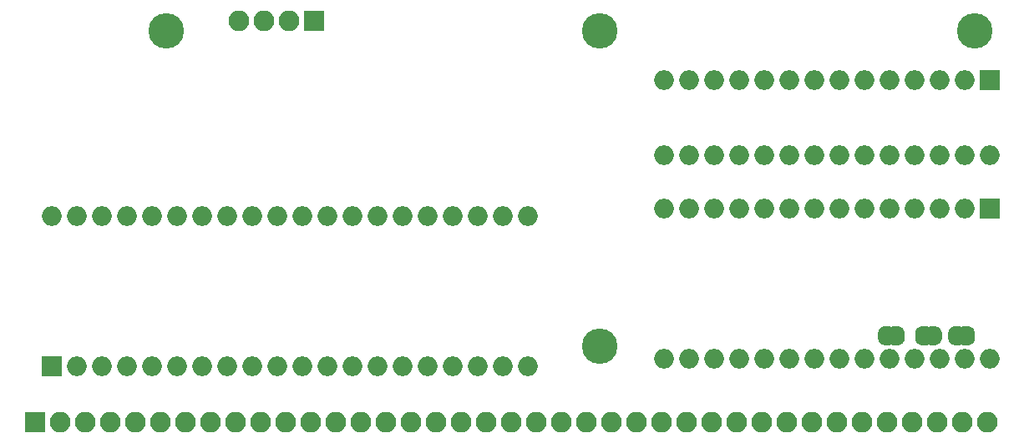
<source format=gbr>
G04 #@! TF.GenerationSoftware,KiCad,Pcbnew,(5.0.0)*
G04 #@! TF.CreationDate,2020-08-03T17:04:06+01:00*
G04 #@! TF.ProjectId,basic-mc6800,62617369632D6D63363830302E6B6963,rev?*
G04 #@! TF.SameCoordinates,Original*
G04 #@! TF.FileFunction,Soldermask,Bot*
G04 #@! TF.FilePolarity,Negative*
%FSLAX46Y46*%
G04 Gerber Fmt 4.6, Leading zero omitted, Abs format (unit mm)*
G04 Created by KiCad (PCBNEW (5.0.0)) date 08/03/20 17:04:06*
%MOMM*%
%LPD*%
G01*
G04 APERTURE LIST*
%ADD10O,2.000000X2.000000*%
%ADD11R,2.000000X2.000000*%
%ADD12C,0.500000*%
%ADD13C,0.100000*%
%ADD14R,2.100000X2.100000*%
%ADD15O,2.100000X2.100000*%
%ADD16C,3.600000*%
G04 APERTURE END LIST*
D10*
G04 #@! TO.C,U4*
X196540000Y-93240000D03*
X163520000Y-78000000D03*
X194000000Y-93240000D03*
X166060000Y-78000000D03*
X191460000Y-93240000D03*
X168600000Y-78000000D03*
X188920000Y-93240000D03*
X171140000Y-78000000D03*
X186380000Y-93240000D03*
X173680000Y-78000000D03*
X183840000Y-93240000D03*
X176220000Y-78000000D03*
X181300000Y-93240000D03*
X178760000Y-78000000D03*
X178760000Y-93240000D03*
X181300000Y-78000000D03*
X176220000Y-93240000D03*
X183840000Y-78000000D03*
X173680000Y-93240000D03*
X186380000Y-78000000D03*
X171140000Y-93240000D03*
X188920000Y-78000000D03*
X168600000Y-93240000D03*
X191460000Y-78000000D03*
X166060000Y-93240000D03*
X194000000Y-78000000D03*
X163520000Y-93240000D03*
D11*
X196540000Y-78000000D03*
G04 #@! TD*
D12*
G04 #@! TO.C,JP2*
X187187600Y-90932000D03*
D13*
G36*
X187193712Y-89982602D02*
X187212134Y-89982602D01*
X187231740Y-89983565D01*
X187280571Y-89988375D01*
X187299980Y-89991254D01*
X187348105Y-90000826D01*
X187367148Y-90005596D01*
X187414103Y-90019840D01*
X187432580Y-90026451D01*
X187477913Y-90045228D01*
X187495661Y-90053623D01*
X187538934Y-90076754D01*
X187555762Y-90086840D01*
X187596561Y-90114100D01*
X187612330Y-90125795D01*
X187650259Y-90156923D01*
X187664800Y-90170103D01*
X187699497Y-90204800D01*
X187712677Y-90219341D01*
X187743805Y-90257270D01*
X187755500Y-90273039D01*
X187782760Y-90313838D01*
X187792846Y-90330666D01*
X187815977Y-90373939D01*
X187824372Y-90391687D01*
X187843149Y-90437020D01*
X187849760Y-90455497D01*
X187864004Y-90502452D01*
X187868774Y-90521495D01*
X187878346Y-90569620D01*
X187881225Y-90589029D01*
X187886035Y-90637860D01*
X187886998Y-90657466D01*
X187886998Y-90675888D01*
X187887600Y-90682000D01*
X187887600Y-91182000D01*
X187886998Y-91188112D01*
X187886998Y-91206534D01*
X187886035Y-91226140D01*
X187881225Y-91274971D01*
X187878346Y-91294380D01*
X187868774Y-91342505D01*
X187864004Y-91361548D01*
X187849760Y-91408503D01*
X187843149Y-91426980D01*
X187824372Y-91472313D01*
X187815977Y-91490061D01*
X187792846Y-91533334D01*
X187782760Y-91550162D01*
X187755500Y-91590961D01*
X187743805Y-91606730D01*
X187712677Y-91644659D01*
X187699497Y-91659200D01*
X187664800Y-91693897D01*
X187650259Y-91707077D01*
X187612330Y-91738205D01*
X187596561Y-91749900D01*
X187555762Y-91777160D01*
X187538934Y-91787246D01*
X187495661Y-91810377D01*
X187477913Y-91818772D01*
X187432580Y-91837549D01*
X187414103Y-91844160D01*
X187367148Y-91858404D01*
X187348105Y-91863174D01*
X187299980Y-91872746D01*
X187280571Y-91875625D01*
X187231740Y-91880435D01*
X187212134Y-91881398D01*
X187193712Y-91881398D01*
X187187600Y-91882000D01*
X186687600Y-91882000D01*
X186648582Y-91878157D01*
X186611063Y-91866776D01*
X186576486Y-91848294D01*
X186546179Y-91823421D01*
X186521306Y-91793114D01*
X186502824Y-91758537D01*
X186491443Y-91721018D01*
X186487600Y-91682000D01*
X186487600Y-90182000D01*
X186491443Y-90142982D01*
X186502824Y-90105463D01*
X186521306Y-90070886D01*
X186546179Y-90040579D01*
X186576486Y-90015706D01*
X186611063Y-89997224D01*
X186648582Y-89985843D01*
X186687600Y-89982000D01*
X187187600Y-89982000D01*
X187193712Y-89982602D01*
X187193712Y-89982602D01*
G37*
D12*
X185887600Y-90932000D03*
D13*
G36*
X186426618Y-89985843D02*
X186464137Y-89997224D01*
X186498714Y-90015706D01*
X186529021Y-90040579D01*
X186553894Y-90070886D01*
X186572376Y-90105463D01*
X186583757Y-90142982D01*
X186587600Y-90182000D01*
X186587600Y-90432000D01*
X186787600Y-90432000D01*
X186826618Y-90435843D01*
X186864137Y-90447224D01*
X186898714Y-90465706D01*
X186929021Y-90490579D01*
X186953894Y-90520886D01*
X186972376Y-90555463D01*
X186983757Y-90592982D01*
X186987600Y-90632000D01*
X186987600Y-91232000D01*
X186983757Y-91271018D01*
X186972376Y-91308537D01*
X186953894Y-91343114D01*
X186929021Y-91373421D01*
X186898714Y-91398294D01*
X186864137Y-91416776D01*
X186826618Y-91428157D01*
X186787600Y-91432000D01*
X186587600Y-91432000D01*
X186587600Y-91682000D01*
X186583757Y-91721018D01*
X186572376Y-91758537D01*
X186553894Y-91793114D01*
X186529021Y-91823421D01*
X186498714Y-91848294D01*
X186464137Y-91866776D01*
X186426618Y-91878157D01*
X186387600Y-91882000D01*
X185887600Y-91882000D01*
X185881488Y-91881398D01*
X185863066Y-91881398D01*
X185843460Y-91880435D01*
X185794629Y-91875625D01*
X185775220Y-91872746D01*
X185727095Y-91863174D01*
X185708052Y-91858404D01*
X185661097Y-91844160D01*
X185642620Y-91837549D01*
X185597287Y-91818772D01*
X185579539Y-91810377D01*
X185536266Y-91787246D01*
X185519438Y-91777160D01*
X185478639Y-91749900D01*
X185462870Y-91738205D01*
X185424941Y-91707077D01*
X185410400Y-91693897D01*
X185375703Y-91659200D01*
X185362523Y-91644659D01*
X185331395Y-91606730D01*
X185319700Y-91590961D01*
X185292440Y-91550162D01*
X185282354Y-91533334D01*
X185259223Y-91490061D01*
X185250828Y-91472313D01*
X185232051Y-91426980D01*
X185225440Y-91408503D01*
X185211196Y-91361548D01*
X185206426Y-91342505D01*
X185196854Y-91294380D01*
X185193975Y-91274971D01*
X185189165Y-91226140D01*
X185188202Y-91206534D01*
X185188202Y-91188112D01*
X185187600Y-91182000D01*
X185187600Y-90682000D01*
X185188202Y-90675888D01*
X185188202Y-90657466D01*
X185189165Y-90637860D01*
X185193975Y-90589029D01*
X185196854Y-90569620D01*
X185206426Y-90521495D01*
X185211196Y-90502452D01*
X185225440Y-90455497D01*
X185232051Y-90437020D01*
X185250828Y-90391687D01*
X185259223Y-90373939D01*
X185282354Y-90330666D01*
X185292440Y-90313838D01*
X185319700Y-90273039D01*
X185331395Y-90257270D01*
X185362523Y-90219341D01*
X185375703Y-90204800D01*
X185410400Y-90170103D01*
X185424941Y-90156923D01*
X185462870Y-90125795D01*
X185478639Y-90114100D01*
X185519438Y-90086840D01*
X185536266Y-90076754D01*
X185579539Y-90053623D01*
X185597287Y-90045228D01*
X185642620Y-90026451D01*
X185661097Y-90019840D01*
X185708052Y-90005596D01*
X185727095Y-90000826D01*
X185775220Y-89991254D01*
X185794629Y-89988375D01*
X185843460Y-89983565D01*
X185863066Y-89982602D01*
X185881488Y-89982602D01*
X185887600Y-89982000D01*
X186387600Y-89982000D01*
X186426618Y-89985843D01*
X186426618Y-89985843D01*
G37*
G04 #@! TD*
D12*
G04 #@! TO.C,JP3*
X189646800Y-90932000D03*
D13*
G36*
X190185818Y-89985843D02*
X190223337Y-89997224D01*
X190257914Y-90015706D01*
X190288221Y-90040579D01*
X190313094Y-90070886D01*
X190331576Y-90105463D01*
X190342957Y-90142982D01*
X190346800Y-90182000D01*
X190346800Y-90432000D01*
X190546800Y-90432000D01*
X190585818Y-90435843D01*
X190623337Y-90447224D01*
X190657914Y-90465706D01*
X190688221Y-90490579D01*
X190713094Y-90520886D01*
X190731576Y-90555463D01*
X190742957Y-90592982D01*
X190746800Y-90632000D01*
X190746800Y-91232000D01*
X190742957Y-91271018D01*
X190731576Y-91308537D01*
X190713094Y-91343114D01*
X190688221Y-91373421D01*
X190657914Y-91398294D01*
X190623337Y-91416776D01*
X190585818Y-91428157D01*
X190546800Y-91432000D01*
X190346800Y-91432000D01*
X190346800Y-91682000D01*
X190342957Y-91721018D01*
X190331576Y-91758537D01*
X190313094Y-91793114D01*
X190288221Y-91823421D01*
X190257914Y-91848294D01*
X190223337Y-91866776D01*
X190185818Y-91878157D01*
X190146800Y-91882000D01*
X189646800Y-91882000D01*
X189640688Y-91881398D01*
X189622266Y-91881398D01*
X189602660Y-91880435D01*
X189553829Y-91875625D01*
X189534420Y-91872746D01*
X189486295Y-91863174D01*
X189467252Y-91858404D01*
X189420297Y-91844160D01*
X189401820Y-91837549D01*
X189356487Y-91818772D01*
X189338739Y-91810377D01*
X189295466Y-91787246D01*
X189278638Y-91777160D01*
X189237839Y-91749900D01*
X189222070Y-91738205D01*
X189184141Y-91707077D01*
X189169600Y-91693897D01*
X189134903Y-91659200D01*
X189121723Y-91644659D01*
X189090595Y-91606730D01*
X189078900Y-91590961D01*
X189051640Y-91550162D01*
X189041554Y-91533334D01*
X189018423Y-91490061D01*
X189010028Y-91472313D01*
X188991251Y-91426980D01*
X188984640Y-91408503D01*
X188970396Y-91361548D01*
X188965626Y-91342505D01*
X188956054Y-91294380D01*
X188953175Y-91274971D01*
X188948365Y-91226140D01*
X188947402Y-91206534D01*
X188947402Y-91188112D01*
X188946800Y-91182000D01*
X188946800Y-90682000D01*
X188947402Y-90675888D01*
X188947402Y-90657466D01*
X188948365Y-90637860D01*
X188953175Y-90589029D01*
X188956054Y-90569620D01*
X188965626Y-90521495D01*
X188970396Y-90502452D01*
X188984640Y-90455497D01*
X188991251Y-90437020D01*
X189010028Y-90391687D01*
X189018423Y-90373939D01*
X189041554Y-90330666D01*
X189051640Y-90313838D01*
X189078900Y-90273039D01*
X189090595Y-90257270D01*
X189121723Y-90219341D01*
X189134903Y-90204800D01*
X189169600Y-90170103D01*
X189184141Y-90156923D01*
X189222070Y-90125795D01*
X189237839Y-90114100D01*
X189278638Y-90086840D01*
X189295466Y-90076754D01*
X189338739Y-90053623D01*
X189356487Y-90045228D01*
X189401820Y-90026451D01*
X189420297Y-90019840D01*
X189467252Y-90005596D01*
X189486295Y-90000826D01*
X189534420Y-89991254D01*
X189553829Y-89988375D01*
X189602660Y-89983565D01*
X189622266Y-89982602D01*
X189640688Y-89982602D01*
X189646800Y-89982000D01*
X190146800Y-89982000D01*
X190185818Y-89985843D01*
X190185818Y-89985843D01*
G37*
D12*
X190946800Y-90932000D03*
D13*
G36*
X190952912Y-89982602D02*
X190971334Y-89982602D01*
X190990940Y-89983565D01*
X191039771Y-89988375D01*
X191059180Y-89991254D01*
X191107305Y-90000826D01*
X191126348Y-90005596D01*
X191173303Y-90019840D01*
X191191780Y-90026451D01*
X191237113Y-90045228D01*
X191254861Y-90053623D01*
X191298134Y-90076754D01*
X191314962Y-90086840D01*
X191355761Y-90114100D01*
X191371530Y-90125795D01*
X191409459Y-90156923D01*
X191424000Y-90170103D01*
X191458697Y-90204800D01*
X191471877Y-90219341D01*
X191503005Y-90257270D01*
X191514700Y-90273039D01*
X191541960Y-90313838D01*
X191552046Y-90330666D01*
X191575177Y-90373939D01*
X191583572Y-90391687D01*
X191602349Y-90437020D01*
X191608960Y-90455497D01*
X191623204Y-90502452D01*
X191627974Y-90521495D01*
X191637546Y-90569620D01*
X191640425Y-90589029D01*
X191645235Y-90637860D01*
X191646198Y-90657466D01*
X191646198Y-90675888D01*
X191646800Y-90682000D01*
X191646800Y-91182000D01*
X191646198Y-91188112D01*
X191646198Y-91206534D01*
X191645235Y-91226140D01*
X191640425Y-91274971D01*
X191637546Y-91294380D01*
X191627974Y-91342505D01*
X191623204Y-91361548D01*
X191608960Y-91408503D01*
X191602349Y-91426980D01*
X191583572Y-91472313D01*
X191575177Y-91490061D01*
X191552046Y-91533334D01*
X191541960Y-91550162D01*
X191514700Y-91590961D01*
X191503005Y-91606730D01*
X191471877Y-91644659D01*
X191458697Y-91659200D01*
X191424000Y-91693897D01*
X191409459Y-91707077D01*
X191371530Y-91738205D01*
X191355761Y-91749900D01*
X191314962Y-91777160D01*
X191298134Y-91787246D01*
X191254861Y-91810377D01*
X191237113Y-91818772D01*
X191191780Y-91837549D01*
X191173303Y-91844160D01*
X191126348Y-91858404D01*
X191107305Y-91863174D01*
X191059180Y-91872746D01*
X191039771Y-91875625D01*
X190990940Y-91880435D01*
X190971334Y-91881398D01*
X190952912Y-91881398D01*
X190946800Y-91882000D01*
X190446800Y-91882000D01*
X190407782Y-91878157D01*
X190370263Y-91866776D01*
X190335686Y-91848294D01*
X190305379Y-91823421D01*
X190280506Y-91793114D01*
X190262024Y-91758537D01*
X190250643Y-91721018D01*
X190246800Y-91682000D01*
X190246800Y-90182000D01*
X190250643Y-90142982D01*
X190262024Y-90105463D01*
X190280506Y-90070886D01*
X190305379Y-90040579D01*
X190335686Y-90015706D01*
X190370263Y-89997224D01*
X190407782Y-89985843D01*
X190446800Y-89982000D01*
X190946800Y-89982000D01*
X190952912Y-89982602D01*
X190952912Y-89982602D01*
G37*
G04 #@! TD*
D14*
G04 #@! TO.C,J1*
X99700000Y-99700000D03*
D15*
X102240000Y-99700000D03*
X104780000Y-99700000D03*
X107320000Y-99700000D03*
X109860000Y-99700000D03*
X112400000Y-99700000D03*
X114940000Y-99700000D03*
X117480000Y-99700000D03*
X120020000Y-99700000D03*
X122560000Y-99700000D03*
X125100000Y-99700000D03*
X127640000Y-99700000D03*
X130180000Y-99700000D03*
X132720000Y-99700000D03*
X135260000Y-99700000D03*
X137800000Y-99700000D03*
X140340000Y-99700000D03*
X142880000Y-99700000D03*
X145420000Y-99700000D03*
X147960000Y-99700000D03*
X150500000Y-99700000D03*
X153040000Y-99700000D03*
X155580000Y-99700000D03*
X158120000Y-99700000D03*
X160660000Y-99700000D03*
X163200000Y-99700000D03*
X165740000Y-99700000D03*
X168280000Y-99700000D03*
X170820000Y-99700000D03*
X173360000Y-99700000D03*
X175900000Y-99700000D03*
X178440000Y-99700000D03*
X180980000Y-99700000D03*
X183520000Y-99700000D03*
X186060000Y-99700000D03*
X188600000Y-99700000D03*
X191140000Y-99700000D03*
X193680000Y-99700000D03*
X196220000Y-99700000D03*
G04 #@! TD*
D14*
G04 #@! TO.C,J2*
X128000000Y-59000000D03*
D15*
X125460000Y-59000000D03*
X122920000Y-59000000D03*
X120380000Y-59000000D03*
G04 #@! TD*
D12*
G04 #@! TO.C,JP1*
X193000000Y-90932000D03*
D13*
G36*
X193539018Y-89985843D02*
X193576537Y-89997224D01*
X193611114Y-90015706D01*
X193641421Y-90040579D01*
X193666294Y-90070886D01*
X193684776Y-90105463D01*
X193696157Y-90142982D01*
X193700000Y-90182000D01*
X193700000Y-90432000D01*
X193900000Y-90432000D01*
X193939018Y-90435843D01*
X193976537Y-90447224D01*
X194011114Y-90465706D01*
X194041421Y-90490579D01*
X194066294Y-90520886D01*
X194084776Y-90555463D01*
X194096157Y-90592982D01*
X194100000Y-90632000D01*
X194100000Y-91232000D01*
X194096157Y-91271018D01*
X194084776Y-91308537D01*
X194066294Y-91343114D01*
X194041421Y-91373421D01*
X194011114Y-91398294D01*
X193976537Y-91416776D01*
X193939018Y-91428157D01*
X193900000Y-91432000D01*
X193700000Y-91432000D01*
X193700000Y-91682000D01*
X193696157Y-91721018D01*
X193684776Y-91758537D01*
X193666294Y-91793114D01*
X193641421Y-91823421D01*
X193611114Y-91848294D01*
X193576537Y-91866776D01*
X193539018Y-91878157D01*
X193500000Y-91882000D01*
X193000000Y-91882000D01*
X192993888Y-91881398D01*
X192975466Y-91881398D01*
X192955860Y-91880435D01*
X192907029Y-91875625D01*
X192887620Y-91872746D01*
X192839495Y-91863174D01*
X192820452Y-91858404D01*
X192773497Y-91844160D01*
X192755020Y-91837549D01*
X192709687Y-91818772D01*
X192691939Y-91810377D01*
X192648666Y-91787246D01*
X192631838Y-91777160D01*
X192591039Y-91749900D01*
X192575270Y-91738205D01*
X192537341Y-91707077D01*
X192522800Y-91693897D01*
X192488103Y-91659200D01*
X192474923Y-91644659D01*
X192443795Y-91606730D01*
X192432100Y-91590961D01*
X192404840Y-91550162D01*
X192394754Y-91533334D01*
X192371623Y-91490061D01*
X192363228Y-91472313D01*
X192344451Y-91426980D01*
X192337840Y-91408503D01*
X192323596Y-91361548D01*
X192318826Y-91342505D01*
X192309254Y-91294380D01*
X192306375Y-91274971D01*
X192301565Y-91226140D01*
X192300602Y-91206534D01*
X192300602Y-91188112D01*
X192300000Y-91182000D01*
X192300000Y-90682000D01*
X192300602Y-90675888D01*
X192300602Y-90657466D01*
X192301565Y-90637860D01*
X192306375Y-90589029D01*
X192309254Y-90569620D01*
X192318826Y-90521495D01*
X192323596Y-90502452D01*
X192337840Y-90455497D01*
X192344451Y-90437020D01*
X192363228Y-90391687D01*
X192371623Y-90373939D01*
X192394754Y-90330666D01*
X192404840Y-90313838D01*
X192432100Y-90273039D01*
X192443795Y-90257270D01*
X192474923Y-90219341D01*
X192488103Y-90204800D01*
X192522800Y-90170103D01*
X192537341Y-90156923D01*
X192575270Y-90125795D01*
X192591039Y-90114100D01*
X192631838Y-90086840D01*
X192648666Y-90076754D01*
X192691939Y-90053623D01*
X192709687Y-90045228D01*
X192755020Y-90026451D01*
X192773497Y-90019840D01*
X192820452Y-90005596D01*
X192839495Y-90000826D01*
X192887620Y-89991254D01*
X192907029Y-89988375D01*
X192955860Y-89983565D01*
X192975466Y-89982602D01*
X192993888Y-89982602D01*
X193000000Y-89982000D01*
X193500000Y-89982000D01*
X193539018Y-89985843D01*
X193539018Y-89985843D01*
G37*
D12*
X194300000Y-90932000D03*
D13*
G36*
X194306112Y-89982602D02*
X194324534Y-89982602D01*
X194344140Y-89983565D01*
X194392971Y-89988375D01*
X194412380Y-89991254D01*
X194460505Y-90000826D01*
X194479548Y-90005596D01*
X194526503Y-90019840D01*
X194544980Y-90026451D01*
X194590313Y-90045228D01*
X194608061Y-90053623D01*
X194651334Y-90076754D01*
X194668162Y-90086840D01*
X194708961Y-90114100D01*
X194724730Y-90125795D01*
X194762659Y-90156923D01*
X194777200Y-90170103D01*
X194811897Y-90204800D01*
X194825077Y-90219341D01*
X194856205Y-90257270D01*
X194867900Y-90273039D01*
X194895160Y-90313838D01*
X194905246Y-90330666D01*
X194928377Y-90373939D01*
X194936772Y-90391687D01*
X194955549Y-90437020D01*
X194962160Y-90455497D01*
X194976404Y-90502452D01*
X194981174Y-90521495D01*
X194990746Y-90569620D01*
X194993625Y-90589029D01*
X194998435Y-90637860D01*
X194999398Y-90657466D01*
X194999398Y-90675888D01*
X195000000Y-90682000D01*
X195000000Y-91182000D01*
X194999398Y-91188112D01*
X194999398Y-91206534D01*
X194998435Y-91226140D01*
X194993625Y-91274971D01*
X194990746Y-91294380D01*
X194981174Y-91342505D01*
X194976404Y-91361548D01*
X194962160Y-91408503D01*
X194955549Y-91426980D01*
X194936772Y-91472313D01*
X194928377Y-91490061D01*
X194905246Y-91533334D01*
X194895160Y-91550162D01*
X194867900Y-91590961D01*
X194856205Y-91606730D01*
X194825077Y-91644659D01*
X194811897Y-91659200D01*
X194777200Y-91693897D01*
X194762659Y-91707077D01*
X194724730Y-91738205D01*
X194708961Y-91749900D01*
X194668162Y-91777160D01*
X194651334Y-91787246D01*
X194608061Y-91810377D01*
X194590313Y-91818772D01*
X194544980Y-91837549D01*
X194526503Y-91844160D01*
X194479548Y-91858404D01*
X194460505Y-91863174D01*
X194412380Y-91872746D01*
X194392971Y-91875625D01*
X194344140Y-91880435D01*
X194324534Y-91881398D01*
X194306112Y-91881398D01*
X194300000Y-91882000D01*
X193800000Y-91882000D01*
X193760982Y-91878157D01*
X193723463Y-91866776D01*
X193688886Y-91848294D01*
X193658579Y-91823421D01*
X193633706Y-91793114D01*
X193615224Y-91758537D01*
X193603843Y-91721018D01*
X193600000Y-91682000D01*
X193600000Y-90182000D01*
X193603843Y-90142982D01*
X193615224Y-90105463D01*
X193633706Y-90070886D01*
X193658579Y-90040579D01*
X193688886Y-90015706D01*
X193723463Y-89997224D01*
X193760982Y-89985843D01*
X193800000Y-89982000D01*
X194300000Y-89982000D01*
X194306112Y-89982602D01*
X194306112Y-89982602D01*
G37*
G04 #@! TD*
D16*
G04 #@! TO.C,MH4*
X113000000Y-60000000D03*
G04 #@! TD*
G04 #@! TO.C,MH3*
X195000000Y-60000000D03*
G04 #@! TD*
G04 #@! TO.C,MH2*
X157000000Y-60000000D03*
G04 #@! TD*
G04 #@! TO.C,MH1*
X157000000Y-92000000D03*
G04 #@! TD*
D11*
G04 #@! TO.C,U2*
X101440000Y-94000000D03*
D10*
X149700000Y-78760000D03*
X103980000Y-94000000D03*
X147160000Y-78760000D03*
X106520000Y-94000000D03*
X144620000Y-78760000D03*
X109060000Y-94000000D03*
X142080000Y-78760000D03*
X111600000Y-94000000D03*
X139540000Y-78760000D03*
X114140000Y-94000000D03*
X137000000Y-78760000D03*
X116680000Y-94000000D03*
X134460000Y-78760000D03*
X119220000Y-94000000D03*
X131920000Y-78760000D03*
X121760000Y-94000000D03*
X129380000Y-78760000D03*
X124300000Y-94000000D03*
X126840000Y-78760000D03*
X126840000Y-94000000D03*
X124300000Y-78760000D03*
X129380000Y-94000000D03*
X121760000Y-78760000D03*
X131920000Y-94000000D03*
X119220000Y-78760000D03*
X134460000Y-94000000D03*
X116680000Y-78760000D03*
X137000000Y-94000000D03*
X114140000Y-78760000D03*
X139540000Y-94000000D03*
X111600000Y-78760000D03*
X142080000Y-94000000D03*
X109060000Y-78760000D03*
X144620000Y-94000000D03*
X106520000Y-78760000D03*
X147160000Y-94000000D03*
X103980000Y-78760000D03*
X149700000Y-94000000D03*
X101440000Y-78760000D03*
G04 #@! TD*
G04 #@! TO.C,U3*
X196540000Y-72620000D03*
X163520000Y-65000000D03*
X194000000Y-72620000D03*
X166060000Y-65000000D03*
X191460000Y-72620000D03*
X168600000Y-65000000D03*
X188920000Y-72620000D03*
X171140000Y-65000000D03*
X186380000Y-72620000D03*
X173680000Y-65000000D03*
X183840000Y-72620000D03*
X176220000Y-65000000D03*
X181300000Y-72620000D03*
X178760000Y-65000000D03*
X178760000Y-72620000D03*
X181300000Y-65000000D03*
X176220000Y-72620000D03*
X183840000Y-65000000D03*
X173680000Y-72620000D03*
X186380000Y-65000000D03*
X171140000Y-72620000D03*
X188920000Y-65000000D03*
X168600000Y-72620000D03*
X191460000Y-65000000D03*
X166060000Y-72620000D03*
X194000000Y-65000000D03*
X163520000Y-72620000D03*
D11*
X196540000Y-65000000D03*
G04 #@! TD*
M02*

</source>
